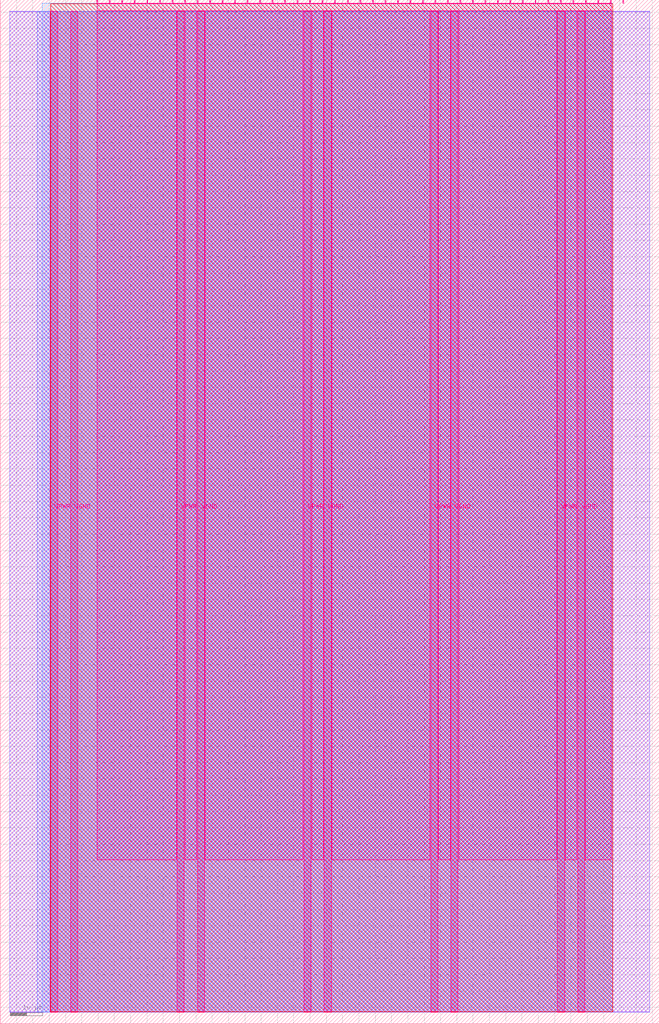
<source format=lef>
VERSION 5.7 ;
  NOWIREEXTENSIONATPIN ON ;
  DIVIDERCHAR "/" ;
  BUSBITCHARS "[]" ;
MACRO tt_um_yuri_panchul_schoolriscv_cpu_with_fibonacci_program
  CLASS BLOCK ;
  FOREIGN tt_um_yuri_panchul_schoolriscv_cpu_with_fibonacci_program ;
  ORIGIN 0.000 0.000 ;
  SIZE 202.080 BY 313.740 ;
  PIN VGND
    DIRECTION INOUT ;
    USE GROUND ;
    PORT
      LAYER Metal5 ;
        RECT 21.580 3.560 23.780 310.180 ;
    END
    PORT
      LAYER Metal5 ;
        RECT 60.450 3.560 62.650 310.180 ;
    END
    PORT
      LAYER Metal5 ;
        RECT 99.320 3.560 101.520 310.180 ;
    END
    PORT
      LAYER Metal5 ;
        RECT 138.190 3.560 140.390 310.180 ;
    END
    PORT
      LAYER Metal5 ;
        RECT 177.060 3.560 179.260 310.180 ;
    END
  END VGND
  PIN VPWR
    DIRECTION INOUT ;
    USE POWER ;
    PORT
      LAYER Metal5 ;
        RECT 15.380 3.560 17.580 310.180 ;
    END
    PORT
      LAYER Metal5 ;
        RECT 54.250 3.560 56.450 310.180 ;
    END
    PORT
      LAYER Metal5 ;
        RECT 93.120 3.560 95.320 310.180 ;
    END
    PORT
      LAYER Metal5 ;
        RECT 131.990 3.560 134.190 310.180 ;
    END
    PORT
      LAYER Metal5 ;
        RECT 170.860 3.560 173.060 310.180 ;
    END
  END VPWR
  PIN clk
    DIRECTION INPUT ;
    USE SIGNAL ;
    ANTENNAGATEAREA 0.213200 ;
    PORT
      LAYER Metal5 ;
        RECT 187.050 312.740 187.350 313.740 ;
    END
  END clk
  PIN ena
    DIRECTION INPUT ;
    USE SIGNAL ;
    PORT
      LAYER Metal5 ;
        RECT 190.890 312.740 191.190 313.740 ;
    END
  END ena
  PIN rst_n
    DIRECTION INPUT ;
    USE SIGNAL ;
    ANTENNAGATEAREA 0.180700 ;
    PORT
      LAYER Metal5 ;
        RECT 183.210 312.740 183.510 313.740 ;
    END
  END rst_n
  PIN ui_in[0]
    DIRECTION INPUT ;
    USE SIGNAL ;
    PORT
      LAYER Metal5 ;
        RECT 179.370 312.740 179.670 313.740 ;
    END
  END ui_in[0]
  PIN ui_in[1]
    DIRECTION INPUT ;
    USE SIGNAL ;
    PORT
      LAYER Metal5 ;
        RECT 175.530 312.740 175.830 313.740 ;
    END
  END ui_in[1]
  PIN ui_in[2]
    DIRECTION INPUT ;
    USE SIGNAL ;
    PORT
      LAYER Metal5 ;
        RECT 171.690 312.740 171.990 313.740 ;
    END
  END ui_in[2]
  PIN ui_in[3]
    DIRECTION INPUT ;
    USE SIGNAL ;
    PORT
      LAYER Metal5 ;
        RECT 167.850 312.740 168.150 313.740 ;
    END
  END ui_in[3]
  PIN ui_in[4]
    DIRECTION INPUT ;
    USE SIGNAL ;
    PORT
      LAYER Metal5 ;
        RECT 164.010 312.740 164.310 313.740 ;
    END
  END ui_in[4]
  PIN ui_in[5]
    DIRECTION INPUT ;
    USE SIGNAL ;
    PORT
      LAYER Metal5 ;
        RECT 160.170 312.740 160.470 313.740 ;
    END
  END ui_in[5]
  PIN ui_in[6]
    DIRECTION INPUT ;
    USE SIGNAL ;
    PORT
      LAYER Metal5 ;
        RECT 156.330 312.740 156.630 313.740 ;
    END
  END ui_in[6]
  PIN ui_in[7]
    DIRECTION INPUT ;
    USE SIGNAL ;
    PORT
      LAYER Metal5 ;
        RECT 152.490 312.740 152.790 313.740 ;
    END
  END ui_in[7]
  PIN uio_in[0]
    DIRECTION INPUT ;
    USE SIGNAL ;
    PORT
      LAYER Metal5 ;
        RECT 148.650 312.740 148.950 313.740 ;
    END
  END uio_in[0]
  PIN uio_in[1]
    DIRECTION INPUT ;
    USE SIGNAL ;
    PORT
      LAYER Metal5 ;
        RECT 144.810 312.740 145.110 313.740 ;
    END
  END uio_in[1]
  PIN uio_in[2]
    DIRECTION INPUT ;
    USE SIGNAL ;
    PORT
      LAYER Metal5 ;
        RECT 140.970 312.740 141.270 313.740 ;
    END
  END uio_in[2]
  PIN uio_in[3]
    DIRECTION INPUT ;
    USE SIGNAL ;
    PORT
      LAYER Metal5 ;
        RECT 137.130 312.740 137.430 313.740 ;
    END
  END uio_in[3]
  PIN uio_in[4]
    DIRECTION INPUT ;
    USE SIGNAL ;
    PORT
      LAYER Metal5 ;
        RECT 133.290 312.740 133.590 313.740 ;
    END
  END uio_in[4]
  PIN uio_in[5]
    DIRECTION INPUT ;
    USE SIGNAL ;
    PORT
      LAYER Metal5 ;
        RECT 129.450 312.740 129.750 313.740 ;
    END
  END uio_in[5]
  PIN uio_in[6]
    DIRECTION INPUT ;
    USE SIGNAL ;
    PORT
      LAYER Metal5 ;
        RECT 125.610 312.740 125.910 313.740 ;
    END
  END uio_in[6]
  PIN uio_in[7]
    DIRECTION INPUT ;
    USE SIGNAL ;
    PORT
      LAYER Metal5 ;
        RECT 121.770 312.740 122.070 313.740 ;
    END
  END uio_in[7]
  PIN uio_oe[0]
    DIRECTION OUTPUT ;
    USE SIGNAL ;
    ANTENNADIFFAREA 0.392700 ;
    PORT
      LAYER Metal5 ;
        RECT 56.490 312.740 56.790 313.740 ;
    END
  END uio_oe[0]
  PIN uio_oe[1]
    DIRECTION OUTPUT ;
    USE SIGNAL ;
    ANTENNADIFFAREA 0.392700 ;
    PORT
      LAYER Metal5 ;
        RECT 52.650 312.740 52.950 313.740 ;
    END
  END uio_oe[1]
  PIN uio_oe[2]
    DIRECTION OUTPUT ;
    USE SIGNAL ;
    ANTENNADIFFAREA 0.392700 ;
    PORT
      LAYER Metal5 ;
        RECT 48.810 312.740 49.110 313.740 ;
    END
  END uio_oe[2]
  PIN uio_oe[3]
    DIRECTION OUTPUT ;
    USE SIGNAL ;
    ANTENNADIFFAREA 0.392700 ;
    PORT
      LAYER Metal5 ;
        RECT 44.970 312.740 45.270 313.740 ;
    END
  END uio_oe[3]
  PIN uio_oe[4]
    DIRECTION OUTPUT ;
    USE SIGNAL ;
    ANTENNADIFFAREA 0.392700 ;
    PORT
      LAYER Metal5 ;
        RECT 41.130 312.740 41.430 313.740 ;
    END
  END uio_oe[4]
  PIN uio_oe[5]
    DIRECTION OUTPUT ;
    USE SIGNAL ;
    ANTENNADIFFAREA 0.392700 ;
    PORT
      LAYER Metal5 ;
        RECT 37.290 312.740 37.590 313.740 ;
    END
  END uio_oe[5]
  PIN uio_oe[6]
    DIRECTION OUTPUT ;
    USE SIGNAL ;
    ANTENNADIFFAREA 0.392700 ;
    PORT
      LAYER Metal5 ;
        RECT 33.450 312.740 33.750 313.740 ;
    END
  END uio_oe[6]
  PIN uio_oe[7]
    DIRECTION OUTPUT ;
    USE SIGNAL ;
    ANTENNADIFFAREA 0.392700 ;
    PORT
      LAYER Metal5 ;
        RECT 29.610 312.740 29.910 313.740 ;
    END
  END uio_oe[7]
  PIN uio_out[0]
    DIRECTION OUTPUT ;
    USE SIGNAL ;
    ANTENNADIFFAREA 0.706800 ;
    PORT
      LAYER Metal5 ;
        RECT 87.210 312.740 87.510 313.740 ;
    END
  END uio_out[0]
  PIN uio_out[1]
    DIRECTION OUTPUT ;
    USE SIGNAL ;
    ANTENNADIFFAREA 0.654800 ;
    PORT
      LAYER Metal5 ;
        RECT 83.370 312.740 83.670 313.740 ;
    END
  END uio_out[1]
  PIN uio_out[2]
    DIRECTION OUTPUT ;
    USE SIGNAL ;
    ANTENNADIFFAREA 0.706800 ;
    PORT
      LAYER Metal5 ;
        RECT 79.530 312.740 79.830 313.740 ;
    END
  END uio_out[2]
  PIN uio_out[3]
    DIRECTION OUTPUT ;
    USE SIGNAL ;
    ANTENNADIFFAREA 0.654800 ;
    PORT
      LAYER Metal5 ;
        RECT 75.690 312.740 75.990 313.740 ;
    END
  END uio_out[3]
  PIN uio_out[4]
    DIRECTION OUTPUT ;
    USE SIGNAL ;
    ANTENNADIFFAREA 0.654800 ;
    PORT
      LAYER Metal5 ;
        RECT 71.850 312.740 72.150 313.740 ;
    END
  END uio_out[4]
  PIN uio_out[5]
    DIRECTION OUTPUT ;
    USE SIGNAL ;
    ANTENNADIFFAREA 0.654800 ;
    PORT
      LAYER Metal5 ;
        RECT 68.010 312.740 68.310 313.740 ;
    END
  END uio_out[5]
  PIN uio_out[6]
    DIRECTION OUTPUT ;
    USE SIGNAL ;
    ANTENNADIFFAREA 0.654800 ;
    PORT
      LAYER Metal5 ;
        RECT 64.170 312.740 64.470 313.740 ;
    END
  END uio_out[6]
  PIN uio_out[7]
    DIRECTION OUTPUT ;
    USE SIGNAL ;
    ANTENNADIFFAREA 0.654800 ;
    PORT
      LAYER Metal5 ;
        RECT 60.330 312.740 60.630 313.740 ;
    END
  END uio_out[7]
  PIN uo_out[0]
    DIRECTION OUTPUT ;
    USE SIGNAL ;
    ANTENNADIFFAREA 0.654800 ;
    PORT
      LAYER Metal5 ;
        RECT 117.930 312.740 118.230 313.740 ;
    END
  END uo_out[0]
  PIN uo_out[1]
    DIRECTION OUTPUT ;
    USE SIGNAL ;
    ANTENNADIFFAREA 0.654800 ;
    PORT
      LAYER Metal5 ;
        RECT 114.090 312.740 114.390 313.740 ;
    END
  END uo_out[1]
  PIN uo_out[2]
    DIRECTION OUTPUT ;
    USE SIGNAL ;
    ANTENNADIFFAREA 0.299200 ;
    PORT
      LAYER Metal5 ;
        RECT 110.250 312.740 110.550 313.740 ;
    END
  END uo_out[2]
  PIN uo_out[3]
    DIRECTION OUTPUT ;
    USE SIGNAL ;
    ANTENNADIFFAREA 0.299200 ;
    PORT
      LAYER Metal5 ;
        RECT 106.410 312.740 106.710 313.740 ;
    END
  END uo_out[3]
  PIN uo_out[4]
    DIRECTION OUTPUT ;
    USE SIGNAL ;
    ANTENNADIFFAREA 0.299200 ;
    PORT
      LAYER Metal5 ;
        RECT 102.570 312.740 102.870 313.740 ;
    END
  END uo_out[4]
  PIN uo_out[5]
    DIRECTION OUTPUT ;
    USE SIGNAL ;
    ANTENNADIFFAREA 0.299200 ;
    PORT
      LAYER Metal5 ;
        RECT 98.730 312.740 99.030 313.740 ;
    END
  END uo_out[5]
  PIN uo_out[6]
    DIRECTION OUTPUT ;
    USE SIGNAL ;
    ANTENNADIFFAREA 0.299200 ;
    PORT
      LAYER Metal5 ;
        RECT 94.890 312.740 95.190 313.740 ;
    END
  END uo_out[6]
  PIN uo_out[7]
    DIRECTION OUTPUT ;
    USE SIGNAL ;
    ANTENNADIFFAREA 0.299200 ;
    PORT
      LAYER Metal5 ;
        RECT 91.050 312.740 91.350 313.740 ;
    END
  END uo_out[7]
  OBS
      LAYER GatPoly ;
        RECT 2.880 3.630 199.200 310.110 ;
      LAYER Metal1 ;
        RECT 2.880 3.560 199.200 310.180 ;
      LAYER Metal2 ;
        RECT 11.375 3.680 187.825 310.060 ;
      LAYER Metal3 ;
        RECT 12.860 3.635 187.780 312.625 ;
      LAYER Metal4 ;
        RECT 15.515 3.680 187.825 312.580 ;
      LAYER Metal5 ;
        RECT 30.120 312.530 33.240 312.740 ;
        RECT 33.960 312.530 37.080 312.740 ;
        RECT 37.800 312.530 40.920 312.740 ;
        RECT 41.640 312.530 44.760 312.740 ;
        RECT 45.480 312.530 48.600 312.740 ;
        RECT 49.320 312.530 52.440 312.740 ;
        RECT 53.160 312.530 56.280 312.740 ;
        RECT 57.000 312.530 60.120 312.740 ;
        RECT 60.840 312.530 63.960 312.740 ;
        RECT 64.680 312.530 67.800 312.740 ;
        RECT 68.520 312.530 71.640 312.740 ;
        RECT 72.360 312.530 75.480 312.740 ;
        RECT 76.200 312.530 79.320 312.740 ;
        RECT 80.040 312.530 83.160 312.740 ;
        RECT 83.880 312.530 87.000 312.740 ;
        RECT 87.720 312.530 90.840 312.740 ;
        RECT 91.560 312.530 94.680 312.740 ;
        RECT 95.400 312.530 98.520 312.740 ;
        RECT 99.240 312.530 102.360 312.740 ;
        RECT 103.080 312.530 106.200 312.740 ;
        RECT 106.920 312.530 110.040 312.740 ;
        RECT 110.760 312.530 113.880 312.740 ;
        RECT 114.600 312.530 117.720 312.740 ;
        RECT 118.440 312.530 121.560 312.740 ;
        RECT 122.280 312.530 125.400 312.740 ;
        RECT 126.120 312.530 129.240 312.740 ;
        RECT 129.960 312.530 133.080 312.740 ;
        RECT 133.800 312.530 136.920 312.740 ;
        RECT 137.640 312.530 140.760 312.740 ;
        RECT 141.480 312.530 144.600 312.740 ;
        RECT 145.320 312.530 148.440 312.740 ;
        RECT 149.160 312.530 152.280 312.740 ;
        RECT 153.000 312.530 156.120 312.740 ;
        RECT 156.840 312.530 159.960 312.740 ;
        RECT 160.680 312.530 163.800 312.740 ;
        RECT 164.520 312.530 167.640 312.740 ;
        RECT 168.360 312.530 171.480 312.740 ;
        RECT 172.200 312.530 175.320 312.740 ;
        RECT 176.040 312.530 179.160 312.740 ;
        RECT 179.880 312.530 183.000 312.740 ;
        RECT 183.720 312.530 186.840 312.740 ;
        RECT 29.660 310.390 187.300 312.530 ;
        RECT 29.660 50.255 54.040 310.390 ;
        RECT 56.660 50.255 60.240 310.390 ;
        RECT 62.860 50.255 92.910 310.390 ;
        RECT 95.530 50.255 99.110 310.390 ;
        RECT 101.730 50.255 131.780 310.390 ;
        RECT 134.400 50.255 137.980 310.390 ;
        RECT 140.600 50.255 170.650 310.390 ;
        RECT 173.270 50.255 176.850 310.390 ;
        RECT 179.470 50.255 187.300 310.390 ;
  END
END tt_um_yuri_panchul_schoolriscv_cpu_with_fibonacci_program
END LIBRARY


</source>
